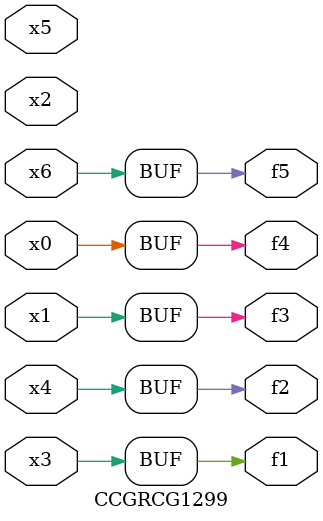
<source format=v>
module CCGRCG1299(
	input x0, x1, x2, x3, x4, x5, x6,
	output f1, f2, f3, f4, f5
);
	assign f1 = x3;
	assign f2 = x4;
	assign f3 = x1;
	assign f4 = x0;
	assign f5 = x6;
endmodule

</source>
